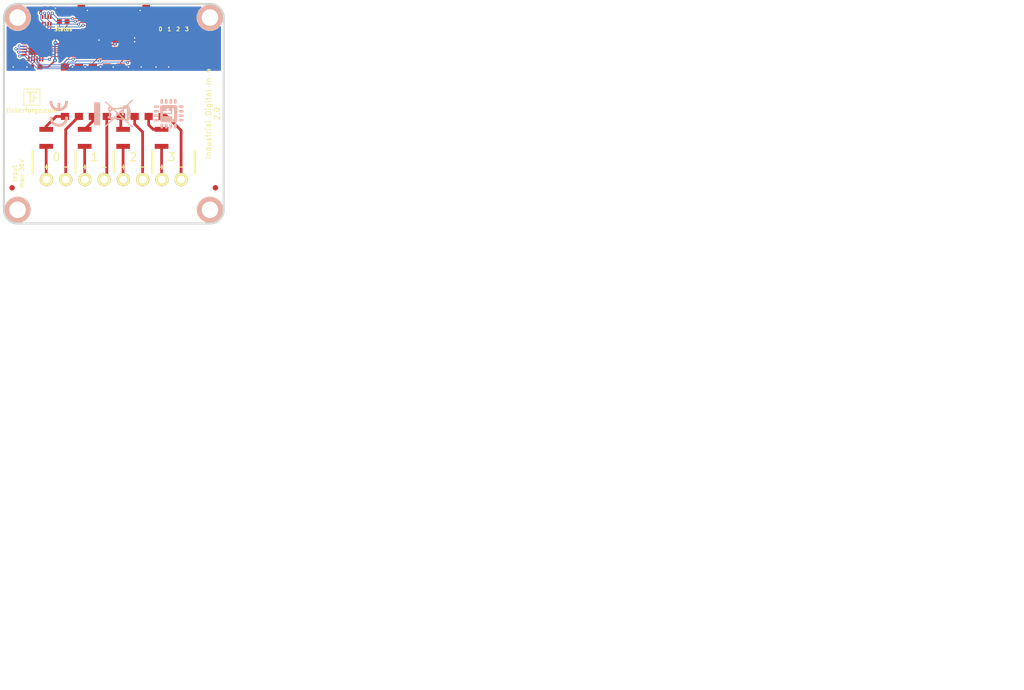
<source format=kicad_pcb>
(kicad_pcb (version 20171130) (host pcbnew 5.0.1-33cea8e~67~ubuntu18.04.1)
  (title_block (title "Industrial Digital In 4 2.0") (date 2018-02-07) (rev 2.0) (company "Tinkerforge GmbH") (comment 1 "Licensed under CERN OHL v.1.1") (comment 2 "Copyright (©) 2018, B.Nordmeyer <bastian@tinkerforge.com>"))
  (layers (0 Front signal) (31 Back signal) (34 B.Paste user) (35 F.Paste user) (36 B.SilkS user) (37 F.SilkS user) (38 B.Mask user) (39 F.Mask user) (44 Edge.Cuts user))
  (net 0 "")
  (net 1 3V3)
  (net 2 GND)
  (net 3 INPUT1)
  (net 4 INPUT2)
  (net 5 INPUT3)
  (net 6 INPUT4)
  (net 7 "Net-(P1-Pad4)")
  (net 8 "Net-(P1-Pad5)")
  (net 9 "Net-(P1-Pad6)")
  (net 10 "Net-(P2-Pad1)")
  (net 11 "Net-(R1-Pad1)")
  (net 12 "Net-(R2-Pad1)")
  (net 13 "Net-(R3-Pad1)")
  (net 14 "Net-(R4-Pad1)")
  (net 15 "Net-(C2-Pad1)")
  (net 16 "Net-(D1-Pad2)")
  (net 17 "Net-(D2-Pad2)")
  (net 18 "Net-(D3-Pad2)")
  (net 19 "Net-(D4-Pad2)")
  (net 20 "Net-(D5-Pad2)")
  (net 21 "Net-(P3-Pad2)")
  (net 22 "Net-(P4-Pad2)")
  (net 23 "Net-(P4-Pad3)")
  (net 24 "Net-(P4-Pad4)")
  (net 25 "Net-(P4-Pad1)")
  (net 26 "Net-(P4-Pad5)")
  (net 27 "Net-(P4-Pad6)")
  (net 28 "Net-(P4-Pad7)")
  (net 29 "Net-(P4-Pad8)")
  (net 30 "Net-(R5-Pad1)")
  (net 31 S-MISO)
  (net 32 S-CS)
  (net 33 S-CLK)
  (net 34 S-MOSI)
  (net 35 LED3)
  (net 36 LED2)
  (net 37 LED1)
  (net 38 LED0)
  (net 39 "Net-(P1-Pad1)")
  (net 40 "Net-(U1-Pad2)")
  (net 41 "Net-(U1-Pad8)")
  (net 42 "Net-(U1-Pad11)")
  (net 43 "Net-(U1-Pad12)")
  (net 44 "Net-(U1-Pad17)")
  (net 45 "Net-(U1-Pad19)")
  (net 46 "Net-(U1-Pad20)")
  (module kicad-libraries:WEEE_7mm (layer Back) (at 117.8 58.05 90)
    (fp_text reference VAL hide)
    (fp_text value WEEE_7mm hide)
  )
  (module kicad-libraries:CE_5mm (layer Back) (at 107.8 58.05 90)
    (fp_text reference VAL hide)
    (fp_text value CE_5mm hide)
  )
  (module kicad-libraries:Logo_31x31 (layer Front) (at 101.3 53.45)
    (fp_text reference G*** hide)
    (fp_text value Logo_31x31 hide)
  )
  (module kicad-libraries:Fiducial_Mark (layer Front) (at 135.8011 44.54906)
    (fp_text reference Fiducial_Mark hide)
    (fp_text value VAL** hide)
    (pad 1 smd circle (at 0 0) (size 1.00076 1.00076) (layers Front F.Paste F.Mask) (clearance 0.65024))
  )
  (module kicad-libraries:Fiducial_Mark (layer Front) (at 99.3 71.55)
    (fp_text reference Fiducial_Mark hide)
    (fp_text value VAL** hide)
    (pad 1 smd circle (at 0 0) (size 1.00076 1.00076) (layers Front F.Paste F.Mask) (clearance 0.65024))
  )
  (module kicad-libraries:DEBUG_PAD (layer Front) (at 106.5 43.95)
    (fp_text reference P2)
    (fp_text value DEBUG)
    (pad 1 smd circle (at 0 0) (size 0.7 0.7) (layers Front F.Paste F.Mask) (net 10 "Net-(P2-Pad1)"))
  )
  (module kicad-libraries:SolderJumper (layer Front) (at 100.6 49.05 90)
    (fp_text reference P3)
    (fp_text value BOOT)
    (pad 2 smd rect (at 0.55 0 90) (size 0.3 1.4) (layers Front F.Mask) (net 21 "Net-(P3-Pad2)"))
    (pad 2 smd rect (at 0.15 0 90) (size 0.6 0.5) (layers Front F.Mask) (net 21 "Net-(P3-Pad2)"))
    (pad 1 smd rect (at -0.5 0 90) (size 0.4 1.4) (layers Front F.Mask) (net 2 GND))
    (pad 1 smd rect (at -0.225 0.55 90) (size 0.95 0.3) (layers Front F.Mask) (net 2 GND))
    (pad 1 smd rect (at -0.225 -0.55 90) (size 0.95 0.3) (layers Front F.Mask) (net 2 GND))
  )
  (module kicad-libraries:QFN24-4x4mm-0.5mm (layer Front) (at 103.6 46.05)
    (fp_text reference U1)
    (fp_text value XMC1100)
    (pad 1 smd oval (at -2.025 -1.25) (size 1 0.3) (layers Front F.Paste F.Mask) (net 31 S-MISO))
    (pad 2 smd oval (at -2.025 -0.75) (size 1 0.3) (layers Front F.Paste F.Mask) (net 40 "Net-(U1-Pad2)"))
    (pad 3 smd oval (at -2.025 -0.25) (size 1 0.3) (layers Front F.Paste F.Mask) (net 3 INPUT1))
    (pad 4 smd oval (at -2.025 0.25) (size 1 0.3) (layers Front F.Paste F.Mask) (net 4 INPUT2))
    (pad 5 smd oval (at -2.025 0.75) (size 1 0.3) (layers Front F.Paste F.Mask) (net 5 INPUT3))
    (pad 6 smd oval (at -2.025 1.25) (size 1 0.3) (layers Front F.Paste F.Mask) (net 6 INPUT4))
    (pad 7 smd oval (at -1.25 2.025 90) (size 1 0.3) (layers Front F.Paste F.Mask) (net 21 "Net-(P3-Pad2)"))
    (pad 8 smd oval (at -0.75 2.025 90) (size 1 0.3) (layers Front F.Paste F.Mask) (net 41 "Net-(U1-Pad8)"))
    (pad 9 smd oval (at -0.25 2.025 90) (size 1 0.3) (layers Front F.Paste F.Mask) (net 2 GND))
    (pad 10 smd oval (at 0.25 2.025 90) (size 1 0.3) (layers Front F.Paste F.Mask) (net 1 3V3))
    (pad 11 smd oval (at 0.75 2.025 90) (size 1 0.3) (layers Front F.Paste F.Mask) (net 42 "Net-(U1-Pad11)"))
    (pad 12 smd oval (at 1.25 2.025 90) (size 1 0.3) (layers Front F.Paste F.Mask) (net 43 "Net-(U1-Pad12)"))
    (pad 13 smd oval (at 2.025 1.25) (size 1 0.3) (layers Front F.Paste F.Mask) (net 35 LED3))
    (pad 14 smd oval (at 2.025 0.75) (size 1 0.3) (layers Front F.Paste F.Mask) (net 36 LED2))
    (pad 15 smd oval (at 2.025 0.25) (size 1 0.3) (layers Front F.Paste F.Mask) (net 37 LED1))
    (pad 16 smd oval (at 2.025 -0.25) (size 1 0.3) (layers Front F.Paste F.Mask) (net 38 LED0))
    (pad 17 smd oval (at 2.025 -0.75) (size 1 0.3) (layers Front F.Paste F.Mask) (net 44 "Net-(U1-Pad17)"))
    (pad 18 smd oval (at 2.025 -1.25) (size 1 0.3) (layers Front F.Paste F.Mask) (net 10 "Net-(P2-Pad1)"))
    (pad 19 smd oval (at 1.25 -2.025 90) (size 1 0.3) (layers Front F.Paste F.Mask) (net 45 "Net-(U1-Pad19)"))
    (pad 20 smd oval (at 0.75 -2.025 90) (size 1 0.3) (layers Front F.Paste F.Mask) (net 46 "Net-(U1-Pad20)"))
    (pad 21 smd oval (at 0.25 -2.025 90) (size 1 0.3) (layers Front F.Paste F.Mask) (net 11 "Net-(R1-Pad1)"))
    (pad 22 smd oval (at -0.25 -2.025 90) (size 1 0.3) (layers Front F.Paste F.Mask) (net 32 S-CS))
    (pad 23 smd oval (at -0.75 -2.025 90) (size 1 0.3) (layers Front F.Paste F.Mask) (net 33 S-CLK))
    (pad 24 smd oval (at -1.25 -2.025 90) (size 1 0.3) (layers Front F.Paste F.Mask) (net 34 S-MOSI))
    (pad EXP smd rect (at 0.65 0.65) (size 1.3 1.3) (layers Front F.Paste F.Mask) (net 2 GND))
    (pad EXP smd rect (at 0.65 -0.65) (size 1.3 1.3) (layers Front F.Paste F.Mask) (net 2 GND))
    (pad EXP smd rect (at -0.65 0.65) (size 1.3 1.3) (layers Front F.Paste F.Mask) (net 2 GND))
    (pad EXP smd rect (at -0.65 -0.65) (size 1.3 1.3) (layers Front F.Paste F.Mask) (net 2 GND))
  )
  (module kicad-libraries:Logo_CoMCU (layer Back) (at 127.8 58.05 90)
    (fp_text reference G*** hide)
    (fp_text value LOGO hide)
  )
  (module kicad-libraries:Fiducial_Mark (layer Front) (at 136.3 71.55)
    (fp_text reference Fiducial_Mark hide)
    (fp_text value VAL** hide)
    (pad 1 smd circle (at 0 0) (size 1.00076 1.00076) (layers Front F.Paste F.Mask) (clearance 0.65024))
  )
  (module kicad-libraries:C0805 (layer Front) (at 119.8 44.55)
    (fp_text reference C1)
    (fp_text value 10uF)
    (pad 1 smd rect (at -1.00076 0) (size 1.00076 1.24968) (layers Front F.Paste F.Mask) (net 1 3V3) (clearance 0.14986))
    (pad 2 smd rect (at 1.00076 0) (size 1.00076 1.24968) (layers Front F.Paste F.Mask) (net 2 GND) (clearance 0.14986))
  )
  (module kicad-libraries:C0402F (layer Front) (at 105.8 38.85)
    (fp_text reference C2)
    (fp_text value 220pF)
    (pad 2 smd rect (at 0.5 0) (size 0.6 0.7) (layers Front F.Paste F.Mask) (net 2 GND))
    (pad 1 smd rect (at -0.5 0) (size 0.6 0.7) (layers Front F.Paste F.Mask) (net 15 "Net-(C2-Pad1)"))
  )
  (module kicad-libraries:C0603F (layer Front) (at 116.6 44.65 180)
    (fp_text reference C3)
    (fp_text value 1uF)
    (pad 1 smd rect (at -0.75 0 180) (size 0.9 0.9) (layers Front F.Paste F.Mask) (net 1 3V3))
    (pad 2 smd rect (at 0.75 0 180) (size 0.9 0.9) (layers Front F.Paste F.Mask) (net 2 GND))
  )
  (module kicad-libraries:C0603F (layer Front) (at 103.6 49.55 180)
    (fp_text reference C4)
    (fp_text value 100nF)
    (pad 1 smd rect (at -0.75 0 180) (size 0.9 0.9) (layers Front F.Paste F.Mask) (net 1 3V3))
    (pad 2 smd rect (at 0.75 0 180) (size 0.9 0.9) (layers Front F.Paste F.Mask) (net 2 GND))
  )
  (module kicad-libraries:D0603F (layer Front) (at 109.3 40.55 90)
    (fp_text reference D1)
    (fp_text value blue)
    (pad 1 smd rect (at -0.75 0 90) (size 0.9 0.9) (layers Front F.Paste F.Mask) (net 1 3V3))
    (pad 2 smd rect (at 0.75 0 90) (size 0.9 0.9) (layers Front F.Paste F.Mask) (net 16 "Net-(D1-Pad2)"))
  )
  (module kicad-libraries:D0603F (layer Front) (at 126.3 40.55 270)
    (fp_text reference D2)
    (fp_text value blue)
    (pad 1 smd rect (at -0.75 0 270) (size 0.9 0.9) (layers Front F.Paste F.Mask) (net 1 3V3))
    (pad 2 smd rect (at 0.75 0 270) (size 0.9 0.9) (layers Front F.Paste F.Mask) (net 17 "Net-(D2-Pad2)"))
  )
  (module kicad-libraries:D0603F (layer Front) (at 127.9 40.55 270)
    (fp_text reference D3)
    (fp_text value blue)
    (pad 1 smd rect (at -0.75 0 270) (size 0.9 0.9) (layers Front F.Paste F.Mask) (net 1 3V3))
    (pad 2 smd rect (at 0.75 0 270) (size 0.9 0.9) (layers Front F.Paste F.Mask) (net 18 "Net-(D3-Pad2)"))
  )
  (module kicad-libraries:D0603F (layer Front) (at 129.5 40.55 270)
    (fp_text reference D4)
    (fp_text value blue)
    (pad 1 smd rect (at -0.75 0 270) (size 0.9 0.9) (layers Front F.Paste F.Mask) (net 1 3V3))
    (pad 2 smd rect (at 0.75 0 270) (size 0.9 0.9) (layers Front F.Paste F.Mask) (net 19 "Net-(D4-Pad2)"))
  )
  (module kicad-libraries:D0603F (layer Front) (at 131.1 40.55 270)
    (fp_text reference D5)
    (fp_text value blue)
    (pad 1 smd rect (at -0.75 0 270) (size 0.9 0.9) (layers Front F.Paste F.Mask) (net 1 3V3))
    (pad 2 smd rect (at 0.75 0 270) (size 0.9 0.9) (layers Front F.Paste F.Mask) (net 20 "Net-(D5-Pad2)"))
  )
  (module kicad-libraries:CON-SENSOR2 (layer Front) (at 117.80012 38.0492 180)
    (fp_text reference P1)
    (fp_text value CON-SENSOR2)
    (pad 1 smd rect (at -3.75 -4.6 180) (size 0.6 1.8) (layers Front F.Paste F.Mask) (net 39 "Net-(P1-Pad1)"))
    (pad 2 smd rect (at -2.5 -4.6 180) (size 0.6 1.8) (layers Front F.Paste F.Mask) (net 2 GND))
    (pad EP smd rect (at -5.9 -1.2 180) (size 1.4 2.4) (layers Front F.Paste F.Mask) (net 2 GND))
    (pad EP smd rect (at 5.9 -1.2 180) (size 1.4 2.4) (layers Front F.Paste F.Mask) (net 2 GND))
    (pad 3 smd rect (at -1.25 -4.6 180) (size 0.6 1.8) (layers Front F.Paste F.Mask) (net 1 3V3))
    (pad 4 smd rect (at 0 -4.6 180) (size 0.6 1.8) (layers Front F.Paste F.Mask) (net 7 "Net-(P1-Pad4)"))
    (pad 5 smd rect (at 1.25 -4.6 180) (size 0.6 1.8) (layers Front F.Paste F.Mask) (net 8 "Net-(P1-Pad5)"))
    (pad 6 smd rect (at 2.5 -4.6 180) (size 0.6 1.8) (layers Front F.Paste F.Mask) (net 9 "Net-(P1-Pad6)"))
    (pad 7 smd rect (at 3.75 -4.6 180) (size 0.6 1.8) (layers Front F.Paste F.Mask) (net 15 "Net-(C2-Pad1)"))
  )
  (module kicad-libraries:OQ_8P (layer Front) (at 117.8 70.05)
    (fp_text reference P4)
    (fp_text value "Digital Input")
    (pad 2 thru_hole circle (at -8.7503 0) (size 2.4003 2.4003) (drill 1.39954) (layers *.Cu *.Mask F.SilkS) (net 22 "Net-(P4-Pad2)"))
    (pad 3 thru_hole circle (at -5.25018 0) (size 2.4003 2.4003) (drill 1.39954) (layers *.Cu *.Mask F.SilkS) (net 23 "Net-(P4-Pad3)"))
    (pad 4 thru_hole circle (at -1.75006 0) (size 2.4003 2.4003) (drill 1.39954) (layers *.Cu *.Mask F.SilkS) (net 24 "Net-(P4-Pad4)"))
    (pad 1 thru_hole circle (at -12.25042 0) (size 2.4003 2.4003) (drill 1.39954) (layers *.Cu *.Mask F.SilkS) (net 25 "Net-(P4-Pad1)"))
    (pad 5 thru_hole circle (at 1.75006 0) (size 2.4003 2.4003) (drill 1.39954) (layers *.Cu *.Mask F.SilkS) (net 26 "Net-(P4-Pad5)"))
    (pad 6 thru_hole circle (at 5.25018 0) (size 2.4003 2.4003) (drill 1.39954) (layers *.Cu *.Mask F.SilkS) (net 27 "Net-(P4-Pad6)"))
    (pad 7 thru_hole circle (at 8.7503 0) (size 2.4003 2.4003) (drill 1.39954) (layers *.Cu *.Mask F.SilkS) (net 28 "Net-(P4-Pad7)"))
    (pad 8 thru_hole circle (at 12.25042 0) (size 2.4003 2.4003) (drill 1.39954) (layers *.Cu *.Mask F.SilkS) (net 29 "Net-(P4-Pad8)"))
  )
  (module kicad-libraries:R0603F (layer Front) (at 107.9 40.55 90)
    (fp_text reference R1)
    (fp_text value 1k)
    (pad 1 smd rect (at -0.75 0 90) (size 0.9 0.9) (layers Front F.Paste F.Mask) (net 11 "Net-(R1-Pad1)"))
    (pad 2 smd rect (at 0.75 0 90) (size 0.9 0.9) (layers Front F.Paste F.Mask) (net 16 "Net-(D1-Pad2)"))
  )
  (module kicad-libraries:R1210 (layer Front) (at 105.5 62.45 270)
    (fp_text reference R2)
    (fp_text value 4.7k)
    (pad 1 smd rect (at -1.5494 0 270) (size 0.89916 2.49936) (layers Front F.Paste F.Mask) (net 12 "Net-(R2-Pad1)") (clearance 0.14986))
    (pad 2 smd rect (at 1.5494 0 270) (size 0.89916 2.49936) (layers Front F.Paste F.Mask) (net 25 "Net-(P4-Pad1)") (clearance 0.14986))
  )
  (module kicad-libraries:R1210 (layer Front) (at 112.5 62.45 270)
    (fp_text reference R3)
    (fp_text value 4.7k)
    (pad 1 smd rect (at -1.5494 0 270) (size 0.89916 2.49936) (layers Front F.Paste F.Mask) (net 13 "Net-(R3-Pad1)") (clearance 0.14986))
    (pad 2 smd rect (at 1.5494 0 270) (size 0.89916 2.49936) (layers Front F.Paste F.Mask) (net 23 "Net-(P4-Pad3)") (clearance 0.14986))
  )
  (module kicad-libraries:R1210 (layer Front) (at 119.5 62.45 270)
    (fp_text reference R4)
    (fp_text value 4.7k)
    (pad 1 smd rect (at -1.5494 0 270) (size 0.89916 2.49936) (layers Front F.Paste F.Mask) (net 14 "Net-(R4-Pad1)") (clearance 0.14986))
    (pad 2 smd rect (at 1.5494 0 270) (size 0.89916 2.49936) (layers Front F.Paste F.Mask) (net 26 "Net-(P4-Pad5)") (clearance 0.14986))
  )
  (module kicad-libraries:R1210 (layer Front) (at 126.5 62.45 270)
    (fp_text reference R5)
    (fp_text value 4.7k)
    (pad 1 smd rect (at -1.5494 0 270) (size 0.89916 2.49936) (layers Front F.Paste F.Mask) (net 30 "Net-(R5-Pad1)") (clearance 0.14986))
    (pad 2 smd rect (at 1.5494 0 270) (size 0.89916 2.49936) (layers Front F.Paste F.Mask) (net 28 "Net-(P4-Pad7)") (clearance 0.14986))
  )
  (module kicad-libraries:4X0402 (layer Front) (at 105.6 41.05 180)
    (fp_text reference RP1)
    (fp_text value 82)
    (pad 1 smd rect (at -0.7493 0.575) (size 0.29972 0.65) (layers Front F.Paste F.Mask) (net 7 "Net-(P1-Pad4)"))
    (pad 2 smd rect (at -0.24892 0.575) (size 0.29972 0.65) (layers Front F.Paste F.Mask) (net 8 "Net-(P1-Pad5)"))
    (pad 3 smd rect (at 0.24892 0.575) (size 0.29972 0.65) (layers Front F.Paste F.Mask) (net 9 "Net-(P1-Pad6)"))
    (pad 4 smd rect (at 0.7493 0.575) (size 0.29972 0.65) (layers Front F.Paste F.Mask) (net 15 "Net-(C2-Pad1)"))
    (pad 5 smd rect (at 0.7493 -0.575 180) (size 0.29972 0.65) (layers Front F.Paste F.Mask) (net 31 S-MISO))
    (pad 6 smd rect (at 0.24892 -0.575 180) (size 0.29972 0.65) (layers Front F.Paste F.Mask) (net 34 S-MOSI))
    (pad 7 smd rect (at -0.24892 -0.575 180) (size 0.29972 0.65) (layers Front F.Paste F.Mask) (net 33 S-CLK))
    (pad 8 smd rect (at -0.7493 -0.575 180) (size 0.29972 0.65) (layers Front F.Paste F.Mask) (net 32 S-CS))
  )
  (module kicad-libraries:0603X4 (layer Front) (at 124.7 45.55 90)
    (fp_text reference RP2)
    (fp_text value 1k)
    (pad 1 smd rect (at 1.19888 -0.8509 90) (size 0.44958 0.89916) (layers Front F.Paste F.Mask) (net 38 LED0))
    (pad 2 smd rect (at 0.39878 -0.8509 90) (size 0.44958 0.89916) (layers Front F.Paste F.Mask) (net 37 LED1))
    (pad 3 smd rect (at -0.39878 -0.8509 90) (size 0.44958 0.89916) (layers Front F.Paste F.Mask) (net 36 LED2))
    (pad 4 smd rect (at -1.19888 -0.8509 90) (size 0.44958 0.89916) (layers Front F.Paste F.Mask) (net 35 LED3))
    (pad 5 smd rect (at -1.19888 0.8509 90) (size 0.44958 0.89916) (layers Front F.Paste F.Mask) (net 20 "Net-(D5-Pad2)"))
    (pad 6 smd rect (at -0.39878 0.8509 90) (size 0.44958 0.89916) (layers Front F.Paste F.Mask) (net 19 "Net-(D4-Pad2)"))
    (pad 7 smd rect (at 0.39878 0.8509 90) (size 0.44958 0.89916) (layers Front F.Paste F.Mask) (net 18 "Net-(D3-Pad2)"))
    (pad 8 smd rect (at 1.19888 0.8509 90) (size 0.44958 0.89916) (layers Front F.Paste F.Mask) (net 17 "Net-(D2-Pad2)"))
  )
  (module kicad-libraries:0603X4 (layer Front) (at 130.1 48.35 90)
    (fp_text reference RP3)
    (fp_text value 10k)
    (pad 1 smd rect (at 1.19888 -0.8509 90) (size 0.44958 0.89916) (layers Front F.Paste F.Mask) (net 3 INPUT1))
    (pad 2 smd rect (at 0.39878 -0.8509 90) (size 0.44958 0.89916) (layers Front F.Paste F.Mask) (net 4 INPUT2))
    (pad 3 smd rect (at -0.39878 -0.8509 90) (size 0.44958 0.89916) (layers Front F.Paste F.Mask) (net 5 INPUT3))
    (pad 4 smd rect (at -1.19888 -0.8509 90) (size 0.44958 0.89916) (layers Front F.Paste F.Mask) (net 6 INPUT4))
    (pad 5 smd rect (at -1.19888 0.8509 90) (size 0.44958 0.89916) (layers Front F.Paste F.Mask) (net 1 3V3))
    (pad 6 smd rect (at -0.39878 0.8509 90) (size 0.44958 0.89916) (layers Front F.Paste F.Mask) (net 1 3V3))
    (pad 7 smd rect (at 0.39878 0.8509 90) (size 0.44958 0.89916) (layers Front F.Paste F.Mask) (net 1 3V3))
    (pad 8 smd rect (at 1.19888 0.8509 90) (size 0.44958 0.89916) (layers Front F.Paste F.Mask) (net 1 3V3))
  )
  (module kicad-libraries:OPTO-SMD16 (layer Front) (at 117.8 54.05)
    (fp_text reference U2)
    (fp_text value LTV846S)
    (pad 1 smd rect (at -8.88746 4.49834 180) (size 1.4986 1.29794) (layers Front F.Paste F.Mask) (net 12 "Net-(R2-Pad1)"))
    (pad 2 smd rect (at -6.34746 4.49834 180) (size 1.4986 1.29794) (layers Front F.Paste F.Mask) (net 22 "Net-(P4-Pad2)"))
    (pad 3 smd rect (at -3.80746 4.49834 180) (size 1.4986 1.29794) (layers Front F.Paste F.Mask) (net 13 "Net-(R3-Pad1)"))
    (pad 4 smd rect (at -1.26746 4.49834 180) (size 1.4986 1.29794) (layers Front F.Paste F.Mask) (net 24 "Net-(P4-Pad4)"))
    (pad 5 smd rect (at 1.26746 4.49834 180) (size 1.4986 1.29794) (layers Front F.Paste F.Mask) (net 14 "Net-(R4-Pad1)"))
    (pad 6 smd rect (at 3.80746 4.49834 180) (size 1.4986 1.29794) (layers Front F.Paste F.Mask) (net 27 "Net-(P4-Pad6)"))
    (pad 7 smd rect (at 6.34746 4.49834 180) (size 1.4986 1.29794) (layers Front F.Paste F.Mask) (net 30 "Net-(R5-Pad1)"))
    (pad 8 smd rect (at 8.88746 4.49834 180) (size 1.4986 1.29794) (layers Front F.Paste F.Mask) (net 29 "Net-(P4-Pad8)"))
    (pad 9 smd rect (at 8.88746 -4.49834) (size 1.4986 1.29794) (layers Front F.Paste F.Mask) (net 2 GND))
    (pad 10 smd rect (at 6.34746 -4.49834) (size 1.4986 1.29794) (layers Front F.Paste F.Mask) (net 6 INPUT4))
    (pad 11 smd rect (at 3.80746 -4.49834) (size 1.4986 1.29794) (layers Front F.Paste F.Mask) (net 2 GND))
    (pad 12 smd rect (at 1.26746 -4.49834) (size 1.4986 1.29794) (layers Front F.Paste F.Mask) (net 5 INPUT3))
    (pad 13 smd rect (at -1.26746 -4.49834) (size 1.4986 1.29794) (layers Front F.Paste F.Mask) (net 2 GND))
    (pad 14 smd rect (at -3.80746 -4.49834) (size 1.4986 1.29794) (layers Front F.Paste F.Mask) (net 4 INPUT2))
    (pad 15 smd rect (at -6.34746 -4.49834) (size 1.4986 1.29794) (layers Front F.Paste F.Mask) (net 2 GND))
    (pad 16 smd rect (at -8.88746 -4.49834) (size 1.4986 1.29794) (layers Front F.Paste F.Mask) (net 3 INPUT1))
  )
  (module kicad-libraries:DRILL_NP (layer Front) (at 100.29952 40.5511)
    (fp_text reference U3 hide)
    (fp_text value DRILL hide)
    (pad "" np_thru_hole circle (at 0 0) (size 2.99974 2.99974) (drill 2.99974) (layers *.Cu *.Mask F.SilkS) (clearance 0.89916))
  )
  (module kicad-libraries:DRILL_NP (layer Front) (at 135.30072 40.5511)
    (fp_text reference U4 hide)
    (fp_text value DRILL hide)
    (pad "" np_thru_hole circle (at 0 0) (size 2.99974 2.99974) (drill 2.99974) (layers *.Cu *.Mask F.SilkS) (clearance 0.89916))
  )
  (module kicad-libraries:DRILL_NP (layer Front) (at 135.30072 75.54976)
    (fp_text reference U5 hide)
    (fp_text value DRILL hide)
    (pad "" np_thru_hole circle (at 0 0) (size 2.99974 2.99974) (drill 2.99974) (layers *.Cu *.Mask F.SilkS) (clearance 0.89916))
  )
  (module kicad-libraries:DRILL_NP (layer Front) (at 100.29952 75.54976)
    (fp_text reference U6 hide)
    (fp_text value DRILL hide)
    (pad "" np_thru_hole circle (at 0 0) (size 2.99974 2.99974) (drill 2.99974) (layers *.Cu *.Mask F.SilkS) (clearance 0.89916))
  )
  (gr_text 3 (at 131.1 42.65) (layer F.SilkS) (effects (font (size 0.7 0.7) (thickness 0.14986))))
  (gr_text 2 (at 129.5 42.65) (layer F.SilkS) (effects (font (size 0.7 0.7) (thickness 0.14986))))
  (gr_text 1 (at 127.9 42.65) (layer F.SilkS) (effects (font (size 0.7 0.7) (thickness 0.14986))))
  (gr_text 0 (at 126.3 42.65) (layer F.SilkS) (effects (font (size 0.7 0.7) (thickness 0.14986))))
  (gr_text Status (at 108.6 42.65) (layer F.SilkS) (effects (font (size 0.7 0.7) (thickness 0.14986))))
  (gr_text "Input\nmax 36V" (at 100.4 68.95 90) (layer F.SilkS) (effects (font (size 0.8001 0.8001) (thickness 0.14986))))
  (gr_line (start 132.5499 68.84924) (end 132.5499 64.84874) (angle 90) (layer F.SilkS) (width 0.381))
  (gr_line (start 103.05034 68.84924) (end 103.05034 64.84874) (angle 90) (layer F.SilkS) (width 0.381))
  (gr_line (start 124.80036 68.84924) (end 124.80036 64.84874) (angle 90) (layer F.SilkS) (width 0.381))
  (gr_line (start 117.80012 68.84924) (end 117.80012 64.84874) (angle 90) (layer F.SilkS) (width 0.381))
  (gr_line (start 110.85068 68.84924) (end 110.85068 64.84874) (angle 90) (layer F.SilkS) (width 0.381))
  (gr_text 3 (at 128.30048 65.94856) (layer F.SilkS) (effects (font (size 1.50114 1.50114) (thickness 0.20066))))
  (gr_text 2 (at 121.35104 65.94856) (layer F.SilkS) (effects (font (size 1.50114 1.50114) (thickness 0.20066))))
  (gr_text 1 (at 114.3 65.94856) (layer F.SilkS) (effects (font (size 1.50114 1.50114) (thickness 0.20066))))
  (gr_text - (at 130.05054 67.69862) (layer F.SilkS) (effects (font (size 1.00076 1.00076) (thickness 0.20066))))
  (gr_text + (at 126.55042 67.69862) (layer F.SilkS) (effects (font (size 1.00076 1.00076) (thickness 0.20066))))
  (gr_text - (at 123.0503 67.69862) (layer F.SilkS) (effects (font (size 1.00076 1.00076) (thickness 0.20066))))
  (gr_text + (at 119.55018 67.69862) (layer F.SilkS) (effects (font (size 1.00076 1.00076) (thickness 0.20066))))
  (gr_text - (at 116.05006 67.74942) (layer F.SilkS) (effects (font (size 1.00076 1.00076) (thickness 0.20066))))
  (gr_text + (at 112.54994 67.69862) (layer F.SilkS) (effects (font (size 1.00076 1.00076) (thickness 0.20066))))
  (gr_text - (at 109.04982 67.69862) (layer F.SilkS) (effects (font (size 1.00076 1.00076) (thickness 0.20066))))
  (gr_text + (at 105.5497 67.69862) (layer F.SilkS) (effects (font (size 1.00076 1.00076) (thickness 0.20066))))
  (gr_text 0 (at 107.35056 65.94856) (layer F.SilkS) (effects (font (size 1.50114 1.50114) (thickness 0.20066))))
  (gr_text tinkerforge.com (at 102.9 57.45) (layer F.SilkS) (effects (font (size 0.8001 0.8001) (thickness 0.14986))))
  (gr_text "Industrial Digital In 4\n2.0" (at 135.8 58.05 90) (layer F.SilkS) (effects (font (size 1 1))))
  (gr_arc (start 100.29952 40.5511) (end 97.80016 40.5511) (angle 90) (layer Edge.Cuts) (width 0.381))
  (gr_arc (start 100.29952 75.54976) (end 100.29952 78.04912) (angle 90) (layer Edge.Cuts) (width 0.381))
  (gr_arc (start 135.29818 75.54976) (end 137.80008 75.54976) (angle 90) (layer Edge.Cuts) (width 0.381))
  (gr_arc (start 135.29818 40.5511) (end 135.29818 38.0492) (angle 90) (layer Edge.Cuts) (width 0.381))
  (gr_line (start 97.80016 40.5511) (end 97.80016 75.54976) (angle 90) (layer Edge.Cuts) (width 0.381))
  (gr_line (start 135.30072 38.0492) (end 100.29952 38.0492) (angle 90) (layer Edge.Cuts) (width 0.381))
  (gr_line (start 137.80262 75.54976) (end 137.80262 40.5511) (angle 90) (layer Edge.Cuts) (width 0.381))
  (gr_line (start 100.29952 78.04912) (end 135.30072 78.04912) (angle 90) (layer Edge.Cuts) (width 0.381))
  (segment (start 130.9509 48.74878) (end 131.80122 48.74878) (width 0.29972) (layer Front) (net 1))
  (segment (start 131.80122 48.74878) (end 132.3 48.25) (width 0.29972) (layer Front) (net 1))
  (segment (start 130.9509 47.95122) (end 131.89878 47.95122) (width 0.29972) (layer Front) (net 1))
  (segment (start 131.89878 47.95122) (end 132.3 47.55) (width 0.29972) (layer Front) (net 1))
  (segment (start 130.9509 47.15112) (end 131.89888 47.15112) (width 0.29972) (layer Front) (net 1))
  (segment (start 131.89888 47.15112) (end 132.3 46.75) (width 0.29972) (layer Front) (net 1))
  (segment (start 130.9509 49.54888) (end 131.70112 49.54888) (width 0.29972) (layer Front) (net 1))
  (segment (start 131.65 39.8) (end 131.1 39.8) (width 0.29972) (layer Front) (net 1))
  (segment (start 132.3 40.45) (end 131.65 39.8) (width 0.29972) (layer Front) (net 1))
  (segment (start 132.3 48.95) (end 132.3 48.25) (width 0.29972) (layer Front) (net 1))
  (segment (start 132.3 48.25) (end 132.3 47.55) (width 0.29972) (layer Front) (net 1))
  (segment (start 132.3 47.55) (end 132.3 46.75) (width 0.29972) (layer Front) (net 1))
  (segment (start 132.3 46.75) (end 132.3 40.45) (width 0.29972) (layer Front) (net 1))
  (segment (start 131.70112 49.54888) (end 132.3 48.95) (width 0.29972) (layer Front) (net 1))
  (segment (start 131.1 39.8) (end 129.5 39.8) (width 0.29972) (layer Front) (net 1))
  (segment (start 127.9 39.8) (end 129.5 39.8) (width 0.29972) (layer Front) (net 1))
  (segment (start 126.3 39.8) (end 127.9 39.8) (width 0.29972) (layer Front) (net 1))
  (segment (start 119.05012 42.6492) (end 119.05012 41.49988) (width 0.29972) (layer Front) (net 1))
  (segment (start 125.55 39.8) (end 126.3 39.8) (width 0.29972) (layer Front) (net 1))
  (segment (start 124.3 41.05) (end 125.55 39.8) (width 0.29972) (layer Front) (net 1))
  (segment (start 119.5 41.05) (end 124.3 41.05) (width 0.29972) (layer Front) (net 1))
  (segment (start 119.05012 41.49988) (end 119.5 41.05) (width 0.29972) (layer Front) (net 1))
  (segment (start 109.3 41.3) (end 109.3 42.05) (width 0.14986) (layer Front) (net 1))
  (segment (start 107.2 44.15) (end 107.2 45.15) (width 0.14986) (layer Front) (net 1))
  (segment (start 109.3 42.05) (end 107.2 44.15) (width 0.14986) (layer Front) (net 1))
  (segment (start 103.85 48.075) (end 103.85 48.7) (width 0.14986) (layer Front) (net 1))
  (segment (start 103.85 48.7) (end 104.35 49.2) (width 0.14986) (layer Front) (net 1))
  (segment (start 104.35 49.2) (end 104.35 49.55) (width 0.14986) (layer Front) (net 1))
  (segment (start 107.1 48.35) (end 107.1 45.25) (width 0.29972) (layer Back) (net 1))
  (via (at 118 45.35) (size 0.7) (drill 0.25) (layers Front Back) (net 1))
  (segment (start 118 44.65) (end 118 45.35) (width 0.50038) (layer Front) (net 1))
  (segment (start 105.9 49.55) (end 107.1 48.35) (width 0.29972) (layer Front) (net 1))
  (via (at 107.1 48.35) (size 0.7) (drill 0.25) (layers Front Back) (net 1))
  (segment (start 105.9 49.55) (end 104.35 49.55) (width 0.29972) (layer Front) (net 1))
  (segment (start 117.9 45.45) (end 118 45.35) (width 0.29972) (layer Front) (net 1))
  (segment (start 115.2 45.45) (end 117.9 45.45) (width 0.29972) (layer Front) (net 1))
  (segment (start 115.1 45.35) (end 115.2 45.45) (width 0.29972) (layer Front) (net 1))
  (segment (start 107.4 45.35) (end 115.1 45.35) (width 0.29972) (layer Front) (net 1))
  (segment (start 107.2 45.15) (end 107.4 45.35) (width 0.29972) (layer Front) (net 1))
  (via (at 107.2 45.15) (size 0.7) (drill 0.25) (layers Front Back) (net 1))
  (segment (start 107.1 45.25) (end 107.2 45.15) (width 0.29972) (layer Back) (net 1))
  (segment (start 117.35 44.65) (end 118 44.65) (width 0.50038) (layer Front) (net 1))
  (segment (start 118 44.65) (end 118.1 44.65) (width 0.50038) (layer Front) (net 1))
  (segment (start 118.1 44.65) (end 118.69924 44.65) (width 0.50038) (layer Front) (net 1))
  (segment (start 118.69924 44.65) (end 118.79924 44.55) (width 0.50038) (layer Front) (net 1))
  (segment (start 119.05012 42.6492) (end 119.05012 44.29912) (width 0.50038) (layer Front) (net 1))
  (segment (start 119.05012 44.29912) (end 118.79924 44.55) (width 0.50038) (layer Front) (net 1))
  (segment (start 106.45 38.85) (end 107.2 38.85) (width 0.50038) (layer Front) (net 2))
  (via (at 107.2 38.85) (size 0.7) (drill 0.25) (layers Front Back) (net 2))
  (segment (start 100.6 49.55) (end 101.1 49.55) (width 0.14986) (layer Front) (net 2))
  (segment (start 101.1 49.55) (end 101.1 49.25) (width 0.14986) (layer Front) (net 2))
  (segment (start 101.1 49.25) (end 101.15 49.275) (width 0.14986) (layer Front) (net 2))
  (segment (start 100.05 49.275) (end 100.05 49.55) (width 0.14986) (layer Front) (net 2))
  (segment (start 100.05 49.55) (end 100.6 49.55) (width 0.14986) (layer Front) (net 2))
  (segment (start 100.6 49.55) (end 99.5 49.55) (width 0.14986) (layer Front) (net 2))
  (via (at 99.5 49.55) (size 0.7) (drill 0.25) (layers Front Back) (net 2))
  (segment (start 104.25 45.4) (end 104.25 46.7) (width 0.14986) (layer Front) (net 2))
  (segment (start 102.95 45.4) (end 104.25 45.4) (width 0.14986) (layer Front) (net 2))
  (segment (start 102.95 46.7) (end 102.95 45.4) (width 0.14986) (layer Front) (net 2))
  (segment (start 103.35 48.075) (end 103.35 47.1) (width 0.14986) (layer Front) (net 2))
  (segment (start 103.35 47.1) (end 102.95 46.7) (width 0.14986) (layer Front) (net 2))
  (segment (start 103.35 48.075) (end 103.35 48.6) (width 0.14986) (layer Front) (net 2))
  (segment (start 103.35 48.6) (end 102.85 49.1) (width 0.14986) (layer Front) (net 2))
  (segment (start 102.85 49.1) (end 102.85 49.55) (width 0.14986) (layer Front) (net 2))
  (segment (start 102.85 49.55) (end 102 49.55) (width 0.50038) (layer Front) (net 2))
  (via (at 102 49.55) (size 0.7) (drill 0.25) (layers Front Back) (net 2))
  (segment (start 120.80076 44.55) (end 121.3 44.55) (width 0.50038) (layer Front) (net 2))
  (segment (start 121.3 44.55) (end 121.6 44.25) (width 0.50038) (layer Front) (net 2))
  (via (at 121.6 44.25) (size 0.7) (drill 0.25) (layers Front Back) (net 2))
  (segment (start 120.80076 44.55) (end 121.2 44.55) (width 0.50038) (layer Front) (net 2))
  (segment (start 121.2 44.55) (end 121.6 44.95) (width 0.50038) (layer Front) (net 2))
  (via (at 121.6 44.95) (size 0.7) (drill 0.25) (layers Front Back) (net 2))
  (segment (start 115.85 44.65) (end 115.1 44.65) (width 0.50038) (layer Front) (net 2))
  (via (at 115.1 44.65) (size 0.7) (drill 0.25) (layers Front Back) (net 2))
  (segment (start 120.30012 42.6492) (end 120.30012 43.55012) (width 0.50038) (layer Front) (net 2))
  (segment (start 120.30012 43.55012) (end 120.80076 44.05076) (width 0.50038) (layer Front) (net 2))
  (segment (start 120.80076 44.05076) (end 120.80076 44.55) (width 0.50038) (layer Front) (net 2))
  (segment (start 126.68746 49.55166) (end 127.79834 49.55166) (width 0.50038) (layer Front) (net 2))
  (via (at 127.8 49.55) (size 0.7) (drill 0.25) (layers Front Back) (net 2))
  (segment (start 127.79834 49.55166) (end 127.8 49.55) (width 0.50038) (layer Front) (net 2))
  (segment (start 126.68746 49.55166) (end 125.50166 49.55166) (width 0.50038) (layer Front) (net 2))
  (via (at 125.5 49.55) (size 0.7) (drill 0.25) (layers Front Back) (net 2))
  (segment (start 125.50166 49.55166) (end 125.5 49.55) (width 0.50038) (layer Front) (net 2))
  (segment (start 121.60746 49.55166) (end 122.79834 49.55166) (width 0.50038) (layer Front) (net 2))
  (via (at 122.8 49.55) (size 0.7) (drill 0.25) (layers Front Back) (net 2))
  (segment (start 122.79834 49.55166) (end 122.8 49.55) (width 0.50038) (layer Front) (net 2))
  (segment (start 121.60746 49.55166) (end 120.50166 49.55166) (width 0.50038) (layer Front) (net 2))
  (via (at 120.5 49.55) (size 0.7) (drill 0.25) (layers Front Back) (net 2))
  (segment (start 120.50166 49.55166) (end 120.5 49.55) (width 0.50038) (layer Front) (net 2))
  (segment (start 116.53254 49.55166) (end 117.69834 49.55166) (width 0.50038) (layer Front) (net 2))
  (via (at 117.7 49.55) (size 0.7) (drill 0.25) (layers Front Back) (net 2))
  (segment (start 117.69834 49.55166) (end 117.7 49.55) (width 0.50038) (layer Front) (net 2))
  (segment (start 116.53254 49.55166) (end 115.40166 49.55166) (width 0.50038) (layer Front) (net 2))
  (via (at 115.4 49.55) (size 0.7) (drill 0.25) (layers Front Back) (net 2))
  (segment (start 115.40166 49.55166) (end 115.4 49.55) (width 0.50038) (layer Front) (net 2))
  (segment (start 111.45254 49.55166) (end 110.30166 49.55166) (width 0.50038) (layer Front) (net 2))
  (via (at 110.3 49.55) (size 0.7) (drill 0.25) (layers Front Back) (net 2))
  (segment (start 110.30166 49.55166) (end 110.3 49.55) (width 0.50038) (layer Front) (net 2))
  (segment (start 111.45254 49.55166) (end 112.59834 49.55166) (width 0.50038) (layer Front) (net 2))
  (via (at 112.6 49.55) (size 0.7) (drill 0.25) (layers Front Back) (net 2))
  (segment (start 112.59834 49.55166) (end 112.6 49.55) (width 0.50038) (layer Front) (net 2))
  (segment (start 123.70012 39.2492) (end 122.6008 39.2492) (width 0.50038) (layer Front) (net 2))
  (via (at 122.6 39.25) (size 0.7) (drill 0.25) (layers Front Back) (net 2))
  (segment (start 122.6008 39.2492) (end 122.6 39.25) (width 0.50038) (layer Front) (net 2))
  (segment (start 111.90012 39.2492) (end 112.9992 39.2492) (width 0.50038) (layer Front) (net 2))
  (via (at 113 39.25) (size 0.7) (drill 0.25) (layers Front Back) (net 2))
  (segment (start 112.9992 39.2492) (end 113 39.25) (width 0.50038) (layer Front) (net 2))
  (segment (start 109.9 47.65) (end 106.6 47.65) (width 0.14986) (layer Front) (net 3))
  (segment (start 100.65 45.8) (end 101.575 45.8) (width 0.14986) (layer Front) (net 3))
  (segment (start 100.6 45.75) (end 100.65 45.8) (width 0.14986) (layer Front) (net 3))
  (via (at 100.6 45.75) (size 0.55) (drill 0.25) (layers Front Back) (net 3))
  (segment (start 101.8 45.75) (end 100.6 45.75) (width 0.14986) (layer Back) (net 3))
  (segment (start 104.2 48.15) (end 101.8 45.75) (width 0.14986) (layer Back) (net 3))
  (segment (start 106.1 48.15) (end 104.2 48.15) (width 0.14986) (layer Back) (net 3))
  (via (at 106.1 48.15) (size 0.55) (drill 0.25) (layers Front Back) (net 3))
  (segment (start 106.6 47.65) (end 106.1 48.15) (width 0.14986) (layer Front) (net 3))
  (segment (start 109.9 47.65) (end 127 47.65) (width 0.14986) (layer Front) (net 3))
  (segment (start 109.9 47.65) (end 108.91254 48.63746) (width 0.14986) (layer Front) (net 3))
  (segment (start 108.91254 49.55166) (end 108.91254 48.63746) (width 0.14986) (layer Front) (net 3))
  (segment (start 127.49888 47.15112) (end 127 47.65) (width 0.14986) (layer Front) (net 3))
  (segment (start 127.49888 47.15112) (end 129.2491 47.15112) (width 0.14986) (layer Front) (net 3))
  (segment (start 108.91254 49.03746) (end 108.91254 49.55166) (width 0.29972) (layer Front) (net 3))
  (segment (start 109.3 48.15) (end 108.3 49.15) (width 0.14986) (layer Back) (net 4))
  (segment (start 104.6 49.15) (end 101.7 46.25) (width 0.14986) (layer Back) (net 4))
  (segment (start 108.3 49.15) (end 104.6 49.15) (width 0.14986) (layer Back) (net 4))
  (segment (start 110.4 48.15) (end 109.3 48.15) (width 0.14986) (layer Back) (net 4))
  (segment (start 110.7 47.950139) (end 110.599861 47.950139) (width 0.14986) (layer Front) (net 4))
  (via (at 110.4 48.15) (size 0.55) (drill 0.25) (layers Front Back) (net 4))
  (segment (start 110.599861 47.950139) (end 110.4 48.15) (width 0.14986) (layer Front) (net 4))
  (segment (start 114.900139 47.950139) (end 110.7 47.950139) (width 0.14986) (layer Front) (net 4))
  (segment (start 100.05 46.3) (end 101.575 46.3) (width 0.14986) (layer Front) (net 4))
  (segment (start 101.7 46.25) (end 100 46.25) (width 0.14986) (layer Back) (net 4))
  (via (at 100 46.25) (size 0.55) (drill 0.25) (layers Front Back) (net 4))
  (segment (start 100 46.25) (end 100.05 46.3) (width 0.14986) (layer Front) (net 4))
  (segment (start 114.900278 47.95) (end 114.900139 47.950139) (width 0.14986) (layer Front) (net 4))
  (segment (start 114.900139 47.950139) (end 113.99254 48.857738) (width 0.14986) (layer Front) (net 4))
  (segment (start 113.99254 48.857738) (end 113.99254 49.55166) (width 0.14986) (layer Front) (net 4))
  (segment (start 128.6 47.95) (end 114.900278 47.95) (width 0.14986) (layer Front) (net 4))
  (segment (start 129.2491 47.95122) (end 128.60122 47.95122) (width 0.14986) (layer Front) (net 4))
  (segment (start 128.6 47.95) (end 128.60122 47.95122) (width 0.14986) (layer Front) (net 4))
  (segment (start 110.8 48.65) (end 109.5 48.65) (width 0.14986) (layer Back) (net 5))
  (segment (start 108.6 49.55) (end 104.3 49.55) (width 0.14986) (layer Back) (net 5))
  (segment (start 109.5 48.65) (end 108.6 49.55) (width 0.14986) (layer Back) (net 5))
  (segment (start 115.2 48.45) (end 111 48.45) (width 0.14986) (layer Back) (net 5))
  (segment (start 111 48.45) (end 110.8 48.65) (width 0.14986) (layer Back) (net 5))
  (segment (start 119.5 48.25) (end 115.4 48.25) (width 0.14986) (layer Front) (net 5))
  (segment (start 100.55 46.8) (end 101.575 46.8) (width 0.14986) (layer Front) (net 5))
  (segment (start 104.3 49.55) (end 101.6 46.85) (width 0.14986) (layer Back) (net 5))
  (segment (start 101.6 46.85) (end 100.5 46.85) (width 0.14986) (layer Back) (net 5))
  (via (at 100.5 46.85) (size 0.55) (drill 0.25) (layers Front Back) (net 5))
  (segment (start 100.5 46.85) (end 100.55 46.8) (width 0.14986) (layer Front) (net 5))
  (via (at 115.2 48.45) (size 0.55) (drill 0.25) (layers Front Back) (net 5))
  (segment (start 115.4 48.25) (end 115.2 48.45) (width 0.14986) (layer Front) (net 5))
  (segment (start 129.2491 48.74878) (end 128.69878 48.74878) (width 0.14986) (layer Front) (net 5))
  (segment (start 119.06746 48.68254) (end 119.06746 49.55166) (width 0.14986) (layer Front) (net 5))
  (segment (start 119.5 48.25) (end 119.06746 48.68254) (width 0.14986) (layer Front) (net 5))
  (segment (start 128.2 48.25) (end 119.5 48.25) (width 0.14986) (layer Front) (net 5))
  (segment (start 128.69878 48.74878) (end 128.2 48.25) (width 0.14986) (layer Front) (net 5))
  (segment (start 119.06746 49.55166) (end 119.06746 49.11746) (width 0.29972) (layer Front) (net 5))
  (segment (start 111.4 48.95) (end 110.2 48.95) (width 0.14986) (layer Back) (net 6))
  (segment (start 124.6 48.55) (end 120.5 48.55) (width 0.14986) (layer Front) (net 6))
  (segment (start 115.8 48.65) (end 115.5 48.95) (width 0.14986) (layer Back) (net 6))
  (segment (start 120.2 48.65) (end 115.8 48.65) (width 0.14986) (layer Back) (net 6))
  (segment (start 120.3 48.75) (end 120.2 48.65) (width 0.14986) (layer Back) (net 6))
  (via (at 120.3 48.75) (size 0.55) (drill 0.25) (layers Front Back) (net 6))
  (segment (start 120.5 48.55) (end 120.3 48.75) (width 0.14986) (layer Front) (net 6))
  (segment (start 111.4 48.95) (end 115.5 48.95) (width 0.14986) (layer Back) (net 6))
  (segment (start 100.95 47.3) (end 101.575 47.3) (width 0.14986) (layer Front) (net 6))
  (segment (start 100.7 47.55) (end 100.95 47.3) (width 0.14986) (layer Front) (net 6))
  (via (at 100.7 47.55) (size 0.55) (drill 0.25) (layers Front Back) (net 6))
  (segment (start 101.6 47.55) (end 100.7 47.55) (width 0.14986) (layer Back) (net 6))
  (segment (start 103.9 49.85) (end 101.6 47.55) (width 0.14986) (layer Back) (net 6))
  (segment (start 108.9 49.85) (end 103.9 49.85) (width 0.14986) (layer Back) (net 6))
  (segment (start 109.8 48.95) (end 108.9 49.85) (width 0.14986) (layer Back) (net 6))
  (segment (start 110.2 48.95) (end 109.8 48.95) (width 0.14986) (layer Back) (net 6))
  (segment (start 129.2491 49.54888) (end 128.79888 49.54888) (width 0.14986) (layer Front) (net 6))
  (segment (start 124.6 48.55) (end 124.14746 49.00254) (width 0.14986) (layer Front) (net 6))
  (segment (start 127.8 48.55) (end 124.6 48.55) (width 0.14986) (layer Front) (net 6))
  (segment (start 128.79888 49.54888) (end 127.8 48.55) (width 0.14986) (layer Front) (net 6))
  (segment (start 124.14746 49.00254) (end 124.14746 49.55166) (width 0.14986) (layer Front) (net 6))
  (segment (start 110.3 40.75) (end 107.6 40.75) (width 0.14986) (layer Back) (net 7))
  (via (at 106.6 39.75) (size 0.55) (drill 0.25) (layers Front Back) (net 7))
  (segment (start 117.80012 41.55012) (end 117 40.75) (width 0.14986) (layer Front) (net 7))
  (segment (start 117 40.75) (end 110.3 40.75) (width 0.14986) (layer Front) (net 7))
  (via (at 110.3 40.75) (size 0.55) (drill 0.25) (layers Front Back) (net 7))
  (segment (start 117.80012 42.6492) (end 117.80012 41.55012) (width 0.14986) (layer Front) (net 7))
  (segment (start 107.6 40.75) (end 106.6 39.75) (width 0.14986) (layer Back) (net 7))
  (segment (start 106.45 39.6) (end 106.6 39.75) (width 0.14986) (layer Front) (net 7))
  (segment (start 106.3493 40.0007) (end 106.6 39.75) (width 0.14986) (layer Front) (net 7))
  (segment (start 106.3493 40.0007) (end 106.3493 40.475) (width 0.14986) (layer Front) (net 7))
  (segment (start 110.8 41.25) (end 107.3 41.25) (width 0.14986) (layer Back) (net 8))
  (segment (start 105.84892 39.80108) (end 105.9 39.75) (width 0.14986) (layer Front) (net 8))
  (via (at 105.9 39.75) (size 0.55) (drill 0.25) (layers Front Back) (net 8))
  (segment (start 105.84892 40.475) (end 105.84892 39.80108) (width 0.14986) (layer Front) (net 8))
  (segment (start 116.55012 41.50012) (end 116.2 41.15) (width 0.14986) (layer Front) (net 8))
  (segment (start 116.2 41.15) (end 110.9 41.15) (width 0.14986) (layer Front) (net 8))
  (segment (start 110.9 41.15) (end 110.8 41.25) (width 0.14986) (layer Front) (net 8))
  (via (at 110.8 41.25) (size 0.55) (drill 0.25) (layers Front Back) (net 8))
  (segment (start 116.55012 41.50012) (end 116.55012 42.6492) (width 0.14986) (layer Front) (net 8))
  (segment (start 105.9 39.85) (end 105.9 39.75) (width 0.14986) (layer Back) (net 8))
  (segment (start 107.3 41.25) (end 105.9 39.85) (width 0.14986) (layer Back) (net 8))
  (segment (start 111.4 41.75) (end 106.6 41.75) (width 0.14986) (layer Back) (net 9))
  (segment (start 105.35108 40.475) (end 105.35108 39.90108) (width 0.14986) (layer Front) (net 9))
  (via (at 105.2 39.75) (size 0.55) (drill 0.25) (layers Front Back) (net 9))
  (segment (start 105.35108 39.90108) (end 105.2 39.75) (width 0.14986) (layer Front) (net 9))
  (via (at 111.4 41.75) (size 0.55) (drill 0.25) (layers Front Back) (net 9))
  (segment (start 111.7 41.45) (end 111.4 41.75) (width 0.14986) (layer Front) (net 9))
  (segment (start 115 41.45) (end 111.7 41.45) (width 0.14986) (layer Front) (net 9))
  (segment (start 115 41.45) (end 115.30012 41.75012) (width 0.14986) (layer Front) (net 9))
  (segment (start 105.2 40.35) (end 105.2 39.75) (width 0.14986) (layer Back) (net 9))
  (segment (start 106.6 41.75) (end 105.2 40.35) (width 0.14986) (layer Back) (net 9))
  (segment (start 115.30012 42.6492) (end 115.30012 41.75012) (width 0.14986) (layer Front) (net 9))
  (segment (start 105.625 44.8) (end 106.15 44.8) (width 0.14986) (layer Front) (net 10))
  (segment (start 106.5 44.45) (end 106.5 43.95) (width 0.14986) (layer Front) (net 10))
  (segment (start 106.15 44.8) (end 106.5 44.45) (width 0.14986) (layer Front) (net 10))
  (segment (start 105.625 44.8) (end 105.95 44.8) (width 0.14986) (layer Front) (net 10))
  (segment (start 103.85 44.025) (end 103.85 43.5) (width 0.14986) (layer Front) (net 11))
  (segment (start 107.9 42.25) (end 107.9 41.3) (width 0.14986) (layer Front) (net 11))
  (segment (start 106.9 43.25) (end 107.9 42.25) (width 0.14986) (layer Front) (net 11))
  (segment (start 104.1 43.25) (end 106.9 43.25) (width 0.14986) (layer Front) (net 11))
  (segment (start 103.85 43.5) (end 104.1 43.25) (width 0.14986) (layer Front) (net 11))
  (segment (start 107.55 41.3) (end 107.9 41.3) (width 0.14986) (layer Front) (net 11))
  (segment (start 108.91254 58.54834) (end 107.30166 58.54834) (width 0.50038) (layer Front) (net 12))
  (segment (start 105.5 60.35) (end 105.5 60.9006) (width 0.50038) (layer Front) (net 12))
  (segment (start 107.30166 58.54834) (end 105.5 60.35) (width 0.50038) (layer Front) (net 12))
  (segment (start 113.99254 58.54834) (end 113.99254 59.40806) (width 0.50038) (layer Front) (net 13))
  (segment (start 113.99254 59.40806) (end 112.5 60.9006) (width 0.50038) (layer Front) (net 13))
  (segment (start 119.06746 58.54834) (end 119.06746 60.46806) (width 0.50038) (layer Front) (net 14))
  (segment (start 119.06746 60.46806) (end 119.5 60.9006) (width 0.50038) (layer Front) (net 14))
  (segment (start 112.2 41.95) (end 112 41.95) (width 0.14986) (layer Back) (net 15))
  (via (at 104.5 39.75) (size 0.55) (drill 0.25) (layers Front Back) (net 15))
  (segment (start 113.35092 41.95) (end 112.2 41.95) (width 0.14986) (layer Front) (net 15))
  (via (at 112.2 41.95) (size 0.55) (drill 0.25) (layers Front Back) (net 15))
  (segment (start 114.05012 42.6492) (end 113.35092 41.95) (width 0.14986) (layer Front) (net 15))
  (segment (start 104.5 40.85) (end 104.5 39.75) (width 0.14986) (layer Back) (net 15))
  (segment (start 105.9 42.25) (end 104.5 40.85) (width 0.14986) (layer Back) (net 15))
  (segment (start 111.7 42.25) (end 105.9 42.25) (width 0.14986) (layer Back) (net 15))
  (segment (start 112 41.95) (end 111.7 42.25) (width 0.14986) (layer Back) (net 15))
  (segment (start 105.15 38.85) (end 104.9 38.85) (width 0.50038) (layer Front) (net 15))
  (segment (start 104.9 38.85) (end 104.5 39.25) (width 0.50038) (layer Front) (net 15))
  (segment (start 104.5 39.25) (end 104.5 39.75) (width 0.50038) (layer Front) (net 15))
  (segment (start 114.05012 42.6492) (end 114.05012 43.401378) (width 0.29972) (layer Front) (net 15))
  (segment (start 104.5 39.85) (end 104.8507 40.2007) (width 0.14986) (layer Front) (net 15))
  (segment (start 104.5 39.85) (end 104.5 39.75) (width 0.14986) (layer Front) (net 15))
  (segment (start 104.8507 40.475) (end 104.8507 40.2007) (width 0.14986) (layer Front) (net 15))
  (segment (start 109.3 39.8) (end 107.9 39.8) (width 0.14986) (layer Front) (net 16))
  (segment (start 126.3 41.3) (end 126.3 44.15) (width 0.14986) (layer Front) (net 17))
  (segment (start 126.09888 44.35112) (end 125.5509 44.35112) (width 0.14986) (layer Front) (net 17))
  (segment (start 126.3 44.15) (end 126.09888 44.35112) (width 0.14986) (layer Front) (net 17))
  (segment (start 125.5509 45.15122) (end 126.19878 45.15122) (width 0.14986) (layer Front) (net 18))
  (segment (start 127.9 43.45) (end 127.9 41.3) (width 0.14986) (layer Front) (net 18))
  (segment (start 126.19878 45.15122) (end 127.9 43.45) (width 0.14986) (layer Front) (net 18))
  (segment (start 125.5509 45.94878) (end 126.80122 45.94878) (width 0.14986) (layer Front) (net 19))
  (segment (start 129.5 43.25) (end 129.5 41.3) (width 0.14986) (layer Front) (net 19))
  (segment (start 126.80122 45.94878) (end 129.5 43.25) (width 0.14986) (layer Front) (net 19))
  (segment (start 125.5509 46.74888) (end 126.90112 46.74888) (width 0.14986) (layer Front) (net 20))
  (segment (start 131.1 42.55) (end 131.1 41.3) (width 0.14986) (layer Front) (net 20))
  (segment (start 126.90112 46.74888) (end 131.1 42.55) (width 0.14986) (layer Front) (net 20))
  (segment (start 100.6 48.9) (end 100.6 48.5) (width 0.14986) (layer Front) (net 21))
  (segment (start 100.6 48.5) (end 101.925 48.5) (width 0.14986) (layer Front) (net 21))
  (segment (start 101.925 48.5) (end 102.35 48.075) (width 0.14986) (layer Front) (net 21))
  (segment (start 109.0497 70.05) (end 109.0497 60.95118) (width 0.50038) (layer Front) (net 22))
  (segment (start 109.0497 60.95118) (end 111.45254 58.54834) (width 0.50038) (layer Front) (net 22))
  (segment (start 112.5 63.9994) (end 112.5 70.00018) (width 0.50038) (layer Front) (net 23))
  (segment (start 112.5 70.00018) (end 112.54982 70.05) (width 0.50038) (layer Front) (net 23))
  (segment (start 116.53254 58.54834) (end 116.53254 69.5674) (width 0.50038) (layer Front) (net 24))
  (segment (start 116.53254 69.5674) (end 116.04994 70.05) (width 0.50038) (layer Front) (net 24))
  (segment (start 105.5 63.9994) (end 105.5 70.00042) (width 0.50038) (layer Front) (net 25))
  (segment (start 105.5 70.00042) (end 105.54958 70.05) (width 0.50038) (layer Front) (net 25))
  (segment (start 119.5 63.9994) (end 119.5 69.99994) (width 0.50038) (layer Front) (net 26))
  (segment (start 119.5 69.99994) (end 119.55006 70.05) (width 0.50038) (layer Front) (net 26))
  (segment (start 123.05018 70.05) (end 123.05018 61.40018) (width 0.50038) (layer Front) (net 27))
  (segment (start 121.60746 59.95746) (end 121.60746 58.54834) (width 0.50038) (layer Front) (net 27))
  (segment (start 123.05018 61.40018) (end 121.60746 59.95746) (width 0.50038) (layer Front) (net 27))
  (segment (start 126.5 63.9994) (end 126.5 69.9997) (width 0.50038) (layer Front) (net 28))
  (segment (start 126.5 69.9997) (end 126.5503 70.05) (width 0.50038) (layer Front) (net 28))
  (segment (start 130.05042 70.05) (end 130.05042 61.10042) (width 0.50038) (layer Front) (net 29))
  (segment (start 127.49834 58.54834) (end 126.68746 58.54834) (width 0.50038) (layer Front) (net 29))
  (segment (start 130.05042 61.10042) (end 127.49834 58.54834) (width 0.50038) (layer Front) (net 29))
  (segment (start 124.14746 58.54834) (end 124.14746 60.09746) (width 0.50038) (layer Front) (net 30))
  (segment (start 124.9506 60.9006) (end 126.5 60.9006) (width 0.50038) (layer Front) (net 30))
  (segment (start 124.14746 60.09746) (end 124.9506 60.9006) (width 0.50038) (layer Front) (net 30))
  (segment (start 101.575 44.8) (end 101.575 43.575) (width 0.14986) (layer Front) (net 31))
  (segment (start 104.5257 41.95) (end 104.8507 41.625) (width 0.14986) (layer Front) (net 31))
  (segment (start 103.2 41.95) (end 104.5257 41.95) (width 0.14986) (layer Front) (net 31))
  (segment (start 101.575 43.575) (end 103.2 41.95) (width 0.14986) (layer Front) (net 31))
  (segment (start 103.35 44.025) (end 103.35 43.5) (width 0.14986) (layer Front) (net 32))
  (segment (start 106.3493 42.5007) (end 106.3493 41.625) (width 0.14986) (layer Front) (net 32))
  (segment (start 105.9 42.95) (end 106.3493 42.5007) (width 0.14986) (layer Front) (net 32))
  (segment (start 103.9 42.95) (end 105.9 42.95) (width 0.14986) (layer Front) (net 32))
  (segment (start 103.35 43.5) (end 103.9 42.95) (width 0.14986) (layer Front) (net 32))
  (segment (start 102.85 44.025) (end 102.85 43.5) (width 0.14986) (layer Front) (net 33))
  (segment (start 105.84892 42.40108) (end 105.84892 41.625) (width 0.14986) (layer Front) (net 33))
  (segment (start 105.6 42.65) (end 105.84892 42.40108) (width 0.14986) (layer Front) (net 33))
  (segment (start 103.7 42.65) (end 105.6 42.65) (width 0.14986) (layer Front) (net 33))
  (segment (start 102.85 43.5) (end 103.7 42.65) (width 0.14986) (layer Front) (net 33))
  (segment (start 102.35 44.025) (end 102.35 43.5) (width 0.14986) (layer Front) (net 34))
  (segment (start 105.35108 42.09892) (end 105.35108 41.625) (width 0.14986) (layer Front) (net 34))
  (segment (start 105.099722 42.350278) (end 105.35108 42.09892) (width 0.14986) (layer Front) (net 34))
  (segment (start 103.499722 42.350278) (end 105.099722 42.350278) (width 0.14986) (layer Front) (net 34))
  (segment (start 102.35 43.5) (end 103.499722 42.350278) (width 0.14986) (layer Front) (net 34))
  (segment (start 122.6 46.95) (end 107.2 46.95) (width 0.14986) (layer Front) (net 35))
  (segment (start 107.2 46.95) (end 106.85 47.3) (width 0.14986) (layer Front) (net 35))
  (segment (start 105.625 47.3) (end 106.85 47.3) (width 0.14986) (layer Front) (net 35))
  (segment (start 122.80112 46.74888) (end 123.8491 46.74888) (width 0.14986) (layer Front) (net 35))
  (segment (start 122.6 46.95) (end 122.80112 46.74888) (width 0.14986) (layer Front) (net 35))
  (segment (start 122.80122 45.94878) (end 122.15 46.6) (width 0.14986) (layer Front) (net 36))
  (segment (start 106.65 46.6) (end 122.15 46.6) (width 0.14986) (layer Front) (net 36))
  (segment (start 106.45 46.8) (end 106.65 46.6) (width 0.14986) (layer Front) (net 36))
  (segment (start 106.45 46.8) (end 105.625 46.8) (width 0.14986) (layer Front) (net 36))
  (segment (start 122.80122 45.94878) (end 123.8491 45.94878) (width 0.14986) (layer Front) (net 36))
  (segment (start 122.80122 45.94878) (end 123.8491 45.94878) (width 0.14986) (layer Front) (net 36))
  (segment (start 121.8 46.25) (end 106.3 46.25) (width 0.14986) (layer Front) (net 37))
  (segment (start 106.3 46.25) (end 106.25 46.3) (width 0.14986) (layer Front) (net 37))
  (segment (start 105.625 46.3) (end 106.25 46.3) (width 0.14986) (layer Front) (net 37))
  (segment (start 122.89878 45.15122) (end 123.8491 45.15122) (width 0.14986) (layer Front) (net 37))
  (segment (start 121.8 46.25) (end 122.89878 45.15122) (width 0.14986) (layer Front) (net 37))
  (segment (start 105.625 45.8) (end 113.55 45.8) (width 0.14986) (layer Front) (net 38))
  (segment (start 122.69888 44.35112) (end 123.8491 44.35112) (width 0.14986) (layer Front) (net 38))
  (segment (start 122.3 44.75) (end 122.69888 44.35112) (width 0.14986) (layer Front) (net 38))
  (segment (start 122.3 45.15) (end 122.3 44.75) (width 0.14986) (layer Front) (net 38))
  (segment (start 121.5 45.95) (end 122.3 45.15) (width 0.14986) (layer Front) (net 38))
  (segment (start 113.7 45.95) (end 121.5 45.95) (width 0.14986) (layer Front) (net 38))
  (segment (start 113.55 45.8) (end 113.7 45.95) (width 0.14986) (layer Front) (net 38))
  (zone (net 2) (net_name GND) (layer Back) (connect_pads (clearance 0.29972)) (min_thickness 0.254) (fill yes (arc_segments 16) (thermal_gap 0.24892) (thermal_bridge_width 0.25908))
    (polygon (pts (xy 137.80008 50.24956) (xy 137.80008 38.0492) (xy 97.80016 38.0492) (xy 97.80016 50.24956)))
  )
)
</source>
